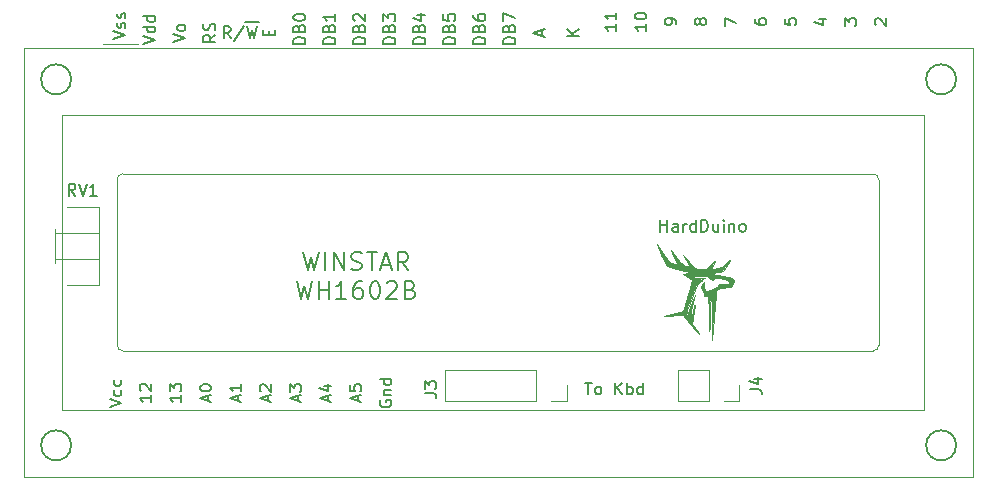
<source format=gbr>
G04 #@! TF.GenerationSoftware,KiCad,Pcbnew,(5.1.8)-1*
G04 #@! TF.CreationDate,2020-11-29T01:33:09+03:00*
G04 #@! TF.ProjectId,LCD,4c43442e-6b69-4636-9164-5f7063625858,rev?*
G04 #@! TF.SameCoordinates,Original*
G04 #@! TF.FileFunction,Legend,Top*
G04 #@! TF.FilePolarity,Positive*
%FSLAX46Y46*%
G04 Gerber Fmt 4.6, Leading zero omitted, Abs format (unit mm)*
G04 Created by KiCad (PCBNEW (5.1.8)-1) date 2020-11-29 01:33:09*
%MOMM*%
%LPD*%
G01*
G04 APERTURE LIST*
%ADD10C,0.150000*%
%ADD11C,0.200000*%
%ADD12C,0.100000*%
%ADD13C,0.120000*%
G04 APERTURE END LIST*
D10*
X117808690Y-56919880D02*
X118380119Y-56919880D01*
X118094404Y-57919880D02*
X118094404Y-56919880D01*
X118856309Y-57919880D02*
X118761071Y-57872261D01*
X118713452Y-57824642D01*
X118665833Y-57729404D01*
X118665833Y-57443690D01*
X118713452Y-57348452D01*
X118761071Y-57300833D01*
X118856309Y-57253214D01*
X118999166Y-57253214D01*
X119094404Y-57300833D01*
X119142023Y-57348452D01*
X119189642Y-57443690D01*
X119189642Y-57729404D01*
X119142023Y-57824642D01*
X119094404Y-57872261D01*
X118999166Y-57919880D01*
X118856309Y-57919880D01*
X120380119Y-57919880D02*
X120380119Y-56919880D01*
X120951547Y-57919880D02*
X120522976Y-57348452D01*
X120951547Y-56919880D02*
X120380119Y-57491309D01*
X121380119Y-57919880D02*
X121380119Y-56919880D01*
X121380119Y-57300833D02*
X121475357Y-57253214D01*
X121665833Y-57253214D01*
X121761071Y-57300833D01*
X121808690Y-57348452D01*
X121856309Y-57443690D01*
X121856309Y-57729404D01*
X121808690Y-57824642D01*
X121761071Y-57872261D01*
X121665833Y-57919880D01*
X121475357Y-57919880D01*
X121380119Y-57872261D01*
X122713452Y-57919880D02*
X122713452Y-56919880D01*
X122713452Y-57872261D02*
X122618214Y-57919880D01*
X122427738Y-57919880D01*
X122332500Y-57872261D01*
X122284880Y-57824642D01*
X122237261Y-57729404D01*
X122237261Y-57443690D01*
X122284880Y-57348452D01*
X122332500Y-57300833D01*
X122427738Y-57253214D01*
X122618214Y-57253214D01*
X122713452Y-57300833D01*
X117292380Y-27566904D02*
X116292380Y-27566904D01*
X117292380Y-26995476D02*
X116720952Y-27424047D01*
X116292380Y-26995476D02*
X116863809Y-27566904D01*
X114149166Y-27543095D02*
X114149166Y-27066904D01*
X114434880Y-27638333D02*
X113434880Y-27305000D01*
X114434880Y-26971666D01*
X111894880Y-28225595D02*
X110894880Y-28225595D01*
X110894880Y-27987500D01*
X110942500Y-27844642D01*
X111037738Y-27749404D01*
X111132976Y-27701785D01*
X111323452Y-27654166D01*
X111466309Y-27654166D01*
X111656785Y-27701785D01*
X111752023Y-27749404D01*
X111847261Y-27844642D01*
X111894880Y-27987500D01*
X111894880Y-28225595D01*
X111371071Y-26892261D02*
X111418690Y-26749404D01*
X111466309Y-26701785D01*
X111561547Y-26654166D01*
X111704404Y-26654166D01*
X111799642Y-26701785D01*
X111847261Y-26749404D01*
X111894880Y-26844642D01*
X111894880Y-27225595D01*
X110894880Y-27225595D01*
X110894880Y-26892261D01*
X110942500Y-26797023D01*
X110990119Y-26749404D01*
X111085357Y-26701785D01*
X111180595Y-26701785D01*
X111275833Y-26749404D01*
X111323452Y-26797023D01*
X111371071Y-26892261D01*
X111371071Y-27225595D01*
X110894880Y-26320833D02*
X110894880Y-25654166D01*
X111894880Y-26082738D01*
X109354880Y-28225595D02*
X108354880Y-28225595D01*
X108354880Y-27987500D01*
X108402500Y-27844642D01*
X108497738Y-27749404D01*
X108592976Y-27701785D01*
X108783452Y-27654166D01*
X108926309Y-27654166D01*
X109116785Y-27701785D01*
X109212023Y-27749404D01*
X109307261Y-27844642D01*
X109354880Y-27987500D01*
X109354880Y-28225595D01*
X108831071Y-26892261D02*
X108878690Y-26749404D01*
X108926309Y-26701785D01*
X109021547Y-26654166D01*
X109164404Y-26654166D01*
X109259642Y-26701785D01*
X109307261Y-26749404D01*
X109354880Y-26844642D01*
X109354880Y-27225595D01*
X108354880Y-27225595D01*
X108354880Y-26892261D01*
X108402500Y-26797023D01*
X108450119Y-26749404D01*
X108545357Y-26701785D01*
X108640595Y-26701785D01*
X108735833Y-26749404D01*
X108783452Y-26797023D01*
X108831071Y-26892261D01*
X108831071Y-27225595D01*
X108354880Y-25797023D02*
X108354880Y-25987500D01*
X108402500Y-26082738D01*
X108450119Y-26130357D01*
X108592976Y-26225595D01*
X108783452Y-26273214D01*
X109164404Y-26273214D01*
X109259642Y-26225595D01*
X109307261Y-26177976D01*
X109354880Y-26082738D01*
X109354880Y-25892261D01*
X109307261Y-25797023D01*
X109259642Y-25749404D01*
X109164404Y-25701785D01*
X108926309Y-25701785D01*
X108831071Y-25749404D01*
X108783452Y-25797023D01*
X108735833Y-25892261D01*
X108735833Y-26082738D01*
X108783452Y-26177976D01*
X108831071Y-26225595D01*
X108926309Y-26273214D01*
X106814880Y-28225595D02*
X105814880Y-28225595D01*
X105814880Y-27987500D01*
X105862500Y-27844642D01*
X105957738Y-27749404D01*
X106052976Y-27701785D01*
X106243452Y-27654166D01*
X106386309Y-27654166D01*
X106576785Y-27701785D01*
X106672023Y-27749404D01*
X106767261Y-27844642D01*
X106814880Y-27987500D01*
X106814880Y-28225595D01*
X106291071Y-26892261D02*
X106338690Y-26749404D01*
X106386309Y-26701785D01*
X106481547Y-26654166D01*
X106624404Y-26654166D01*
X106719642Y-26701785D01*
X106767261Y-26749404D01*
X106814880Y-26844642D01*
X106814880Y-27225595D01*
X105814880Y-27225595D01*
X105814880Y-26892261D01*
X105862500Y-26797023D01*
X105910119Y-26749404D01*
X106005357Y-26701785D01*
X106100595Y-26701785D01*
X106195833Y-26749404D01*
X106243452Y-26797023D01*
X106291071Y-26892261D01*
X106291071Y-27225595D01*
X105814880Y-25749404D02*
X105814880Y-26225595D01*
X106291071Y-26273214D01*
X106243452Y-26225595D01*
X106195833Y-26130357D01*
X106195833Y-25892261D01*
X106243452Y-25797023D01*
X106291071Y-25749404D01*
X106386309Y-25701785D01*
X106624404Y-25701785D01*
X106719642Y-25749404D01*
X106767261Y-25797023D01*
X106814880Y-25892261D01*
X106814880Y-26130357D01*
X106767261Y-26225595D01*
X106719642Y-26273214D01*
X104274880Y-28225595D02*
X103274880Y-28225595D01*
X103274880Y-27987500D01*
X103322500Y-27844642D01*
X103417738Y-27749404D01*
X103512976Y-27701785D01*
X103703452Y-27654166D01*
X103846309Y-27654166D01*
X104036785Y-27701785D01*
X104132023Y-27749404D01*
X104227261Y-27844642D01*
X104274880Y-27987500D01*
X104274880Y-28225595D01*
X103751071Y-26892261D02*
X103798690Y-26749404D01*
X103846309Y-26701785D01*
X103941547Y-26654166D01*
X104084404Y-26654166D01*
X104179642Y-26701785D01*
X104227261Y-26749404D01*
X104274880Y-26844642D01*
X104274880Y-27225595D01*
X103274880Y-27225595D01*
X103274880Y-26892261D01*
X103322500Y-26797023D01*
X103370119Y-26749404D01*
X103465357Y-26701785D01*
X103560595Y-26701785D01*
X103655833Y-26749404D01*
X103703452Y-26797023D01*
X103751071Y-26892261D01*
X103751071Y-27225595D01*
X103608214Y-25797023D02*
X104274880Y-25797023D01*
X103227261Y-26035119D02*
X103941547Y-26273214D01*
X103941547Y-25654166D01*
X101734880Y-28225595D02*
X100734880Y-28225595D01*
X100734880Y-27987500D01*
X100782500Y-27844642D01*
X100877738Y-27749404D01*
X100972976Y-27701785D01*
X101163452Y-27654166D01*
X101306309Y-27654166D01*
X101496785Y-27701785D01*
X101592023Y-27749404D01*
X101687261Y-27844642D01*
X101734880Y-27987500D01*
X101734880Y-28225595D01*
X101211071Y-26892261D02*
X101258690Y-26749404D01*
X101306309Y-26701785D01*
X101401547Y-26654166D01*
X101544404Y-26654166D01*
X101639642Y-26701785D01*
X101687261Y-26749404D01*
X101734880Y-26844642D01*
X101734880Y-27225595D01*
X100734880Y-27225595D01*
X100734880Y-26892261D01*
X100782500Y-26797023D01*
X100830119Y-26749404D01*
X100925357Y-26701785D01*
X101020595Y-26701785D01*
X101115833Y-26749404D01*
X101163452Y-26797023D01*
X101211071Y-26892261D01*
X101211071Y-27225595D01*
X100734880Y-26320833D02*
X100734880Y-25701785D01*
X101115833Y-26035119D01*
X101115833Y-25892261D01*
X101163452Y-25797023D01*
X101211071Y-25749404D01*
X101306309Y-25701785D01*
X101544404Y-25701785D01*
X101639642Y-25749404D01*
X101687261Y-25797023D01*
X101734880Y-25892261D01*
X101734880Y-26177976D01*
X101687261Y-26273214D01*
X101639642Y-26320833D01*
X99194880Y-28225595D02*
X98194880Y-28225595D01*
X98194880Y-27987500D01*
X98242500Y-27844642D01*
X98337738Y-27749404D01*
X98432976Y-27701785D01*
X98623452Y-27654166D01*
X98766309Y-27654166D01*
X98956785Y-27701785D01*
X99052023Y-27749404D01*
X99147261Y-27844642D01*
X99194880Y-27987500D01*
X99194880Y-28225595D01*
X98671071Y-26892261D02*
X98718690Y-26749404D01*
X98766309Y-26701785D01*
X98861547Y-26654166D01*
X99004404Y-26654166D01*
X99099642Y-26701785D01*
X99147261Y-26749404D01*
X99194880Y-26844642D01*
X99194880Y-27225595D01*
X98194880Y-27225595D01*
X98194880Y-26892261D01*
X98242500Y-26797023D01*
X98290119Y-26749404D01*
X98385357Y-26701785D01*
X98480595Y-26701785D01*
X98575833Y-26749404D01*
X98623452Y-26797023D01*
X98671071Y-26892261D01*
X98671071Y-27225595D01*
X98290119Y-26273214D02*
X98242500Y-26225595D01*
X98194880Y-26130357D01*
X98194880Y-25892261D01*
X98242500Y-25797023D01*
X98290119Y-25749404D01*
X98385357Y-25701785D01*
X98480595Y-25701785D01*
X98623452Y-25749404D01*
X99194880Y-26320833D01*
X99194880Y-25701785D01*
X96654880Y-28225595D02*
X95654880Y-28225595D01*
X95654880Y-27987500D01*
X95702500Y-27844642D01*
X95797738Y-27749404D01*
X95892976Y-27701785D01*
X96083452Y-27654166D01*
X96226309Y-27654166D01*
X96416785Y-27701785D01*
X96512023Y-27749404D01*
X96607261Y-27844642D01*
X96654880Y-27987500D01*
X96654880Y-28225595D01*
X96131071Y-26892261D02*
X96178690Y-26749404D01*
X96226309Y-26701785D01*
X96321547Y-26654166D01*
X96464404Y-26654166D01*
X96559642Y-26701785D01*
X96607261Y-26749404D01*
X96654880Y-26844642D01*
X96654880Y-27225595D01*
X95654880Y-27225595D01*
X95654880Y-26892261D01*
X95702500Y-26797023D01*
X95750119Y-26749404D01*
X95845357Y-26701785D01*
X95940595Y-26701785D01*
X96035833Y-26749404D01*
X96083452Y-26797023D01*
X96131071Y-26892261D01*
X96131071Y-27225595D01*
X96654880Y-25701785D02*
X96654880Y-26273214D01*
X96654880Y-25987500D02*
X95654880Y-25987500D01*
X95797738Y-26082738D01*
X95892976Y-26177976D01*
X95940595Y-26273214D01*
X94114880Y-28225595D02*
X93114880Y-28225595D01*
X93114880Y-27987500D01*
X93162500Y-27844642D01*
X93257738Y-27749404D01*
X93352976Y-27701785D01*
X93543452Y-27654166D01*
X93686309Y-27654166D01*
X93876785Y-27701785D01*
X93972023Y-27749404D01*
X94067261Y-27844642D01*
X94114880Y-27987500D01*
X94114880Y-28225595D01*
X93591071Y-26892261D02*
X93638690Y-26749404D01*
X93686309Y-26701785D01*
X93781547Y-26654166D01*
X93924404Y-26654166D01*
X94019642Y-26701785D01*
X94067261Y-26749404D01*
X94114880Y-26844642D01*
X94114880Y-27225595D01*
X93114880Y-27225595D01*
X93114880Y-26892261D01*
X93162500Y-26797023D01*
X93210119Y-26749404D01*
X93305357Y-26701785D01*
X93400595Y-26701785D01*
X93495833Y-26749404D01*
X93543452Y-26797023D01*
X93591071Y-26892261D01*
X93591071Y-27225595D01*
X93114880Y-26035119D02*
X93114880Y-25939880D01*
X93162500Y-25844642D01*
X93210119Y-25797023D01*
X93305357Y-25749404D01*
X93495833Y-25701785D01*
X93733928Y-25701785D01*
X93924404Y-25749404D01*
X94019642Y-25797023D01*
X94067261Y-25844642D01*
X94114880Y-25939880D01*
X94114880Y-26035119D01*
X94067261Y-26130357D01*
X94019642Y-26177976D01*
X93924404Y-26225595D01*
X93733928Y-26273214D01*
X93495833Y-26273214D01*
X93305357Y-26225595D01*
X93210119Y-26177976D01*
X93162500Y-26130357D01*
X93114880Y-26035119D01*
X91051071Y-27519285D02*
X91051071Y-27185952D01*
X91574880Y-27043095D02*
X91574880Y-27519285D01*
X90574880Y-27519285D01*
X90574880Y-27043095D01*
X87796785Y-27757380D02*
X87463452Y-27281190D01*
X87225357Y-27757380D02*
X87225357Y-26757380D01*
X87606309Y-26757380D01*
X87701547Y-26805000D01*
X87749166Y-26852619D01*
X87796785Y-26947857D01*
X87796785Y-27090714D01*
X87749166Y-27185952D01*
X87701547Y-27233571D01*
X87606309Y-27281190D01*
X87225357Y-27281190D01*
X88939642Y-26709761D02*
X88082500Y-27995476D01*
X89034880Y-26390000D02*
X90177738Y-26390000D01*
X89177738Y-26757380D02*
X89415833Y-27757380D01*
X89606309Y-27043095D01*
X89796785Y-27757380D01*
X90034880Y-26757380D01*
X86494880Y-27471666D02*
X86018690Y-27805000D01*
X86494880Y-28043095D02*
X85494880Y-28043095D01*
X85494880Y-27662142D01*
X85542500Y-27566904D01*
X85590119Y-27519285D01*
X85685357Y-27471666D01*
X85828214Y-27471666D01*
X85923452Y-27519285D01*
X85971071Y-27566904D01*
X86018690Y-27662142D01*
X86018690Y-28043095D01*
X86447261Y-27090714D02*
X86494880Y-26947857D01*
X86494880Y-26709761D01*
X86447261Y-26614523D01*
X86399642Y-26566904D01*
X86304404Y-26519285D01*
X86209166Y-26519285D01*
X86113928Y-26566904D01*
X86066309Y-26614523D01*
X86018690Y-26709761D01*
X85971071Y-26900238D01*
X85923452Y-26995476D01*
X85875833Y-27043095D01*
X85780595Y-27090714D01*
X85685357Y-27090714D01*
X85590119Y-27043095D01*
X85542500Y-26995476D01*
X85494880Y-26900238D01*
X85494880Y-26662142D01*
X85542500Y-26519285D01*
X82954880Y-28090714D02*
X83954880Y-27757380D01*
X82954880Y-27424047D01*
X83954880Y-26947857D02*
X83907261Y-27043095D01*
X83859642Y-27090714D01*
X83764404Y-27138333D01*
X83478690Y-27138333D01*
X83383452Y-27090714D01*
X83335833Y-27043095D01*
X83288214Y-26947857D01*
X83288214Y-26805000D01*
X83335833Y-26709761D01*
X83383452Y-26662142D01*
X83478690Y-26614523D01*
X83764404Y-26614523D01*
X83859642Y-26662142D01*
X83907261Y-26709761D01*
X83954880Y-26805000D01*
X83954880Y-26947857D01*
X80414880Y-28225595D02*
X81414880Y-27892261D01*
X80414880Y-27558928D01*
X81414880Y-26797023D02*
X80414880Y-26797023D01*
X81367261Y-26797023D02*
X81414880Y-26892261D01*
X81414880Y-27082738D01*
X81367261Y-27177976D01*
X81319642Y-27225595D01*
X81224404Y-27273214D01*
X80938690Y-27273214D01*
X80843452Y-27225595D01*
X80795833Y-27177976D01*
X80748214Y-27082738D01*
X80748214Y-26892261D01*
X80795833Y-26797023D01*
X81414880Y-25892261D02*
X80414880Y-25892261D01*
X81367261Y-25892261D02*
X81414880Y-25987500D01*
X81414880Y-26177976D01*
X81367261Y-26273214D01*
X81319642Y-26320833D01*
X81224404Y-26368452D01*
X80938690Y-26368452D01*
X80843452Y-26320833D01*
X80795833Y-26273214D01*
X80748214Y-26177976D01*
X80748214Y-25987500D01*
X80795833Y-25892261D01*
X77874880Y-27812857D02*
X78874880Y-27479523D01*
X77874880Y-27146190D01*
X78827261Y-26860476D02*
X78874880Y-26765238D01*
X78874880Y-26574761D01*
X78827261Y-26479523D01*
X78732023Y-26431904D01*
X78684404Y-26431904D01*
X78589166Y-26479523D01*
X78541547Y-26574761D01*
X78541547Y-26717619D01*
X78493928Y-26812857D01*
X78398690Y-26860476D01*
X78351071Y-26860476D01*
X78255833Y-26812857D01*
X78208214Y-26717619D01*
X78208214Y-26574761D01*
X78255833Y-26479523D01*
X78827261Y-26050952D02*
X78874880Y-25955714D01*
X78874880Y-25765238D01*
X78827261Y-25670000D01*
X78732023Y-25622380D01*
X78684404Y-25622380D01*
X78589166Y-25670000D01*
X78541547Y-25765238D01*
X78541547Y-25908095D01*
X78493928Y-26003333D01*
X78398690Y-26050952D01*
X78351071Y-26050952D01*
X78255833Y-26003333D01*
X78208214Y-25908095D01*
X78208214Y-25765238D01*
X78255833Y-25670000D01*
D11*
X93960714Y-45896071D02*
X94317857Y-47396071D01*
X94603571Y-46324642D01*
X94889285Y-47396071D01*
X95246428Y-45896071D01*
X95817857Y-47396071D02*
X95817857Y-45896071D01*
X96532142Y-47396071D02*
X96532142Y-45896071D01*
X97389285Y-47396071D01*
X97389285Y-45896071D01*
X98032142Y-47324642D02*
X98246428Y-47396071D01*
X98603571Y-47396071D01*
X98746428Y-47324642D01*
X98817857Y-47253214D01*
X98889285Y-47110357D01*
X98889285Y-46967500D01*
X98817857Y-46824642D01*
X98746428Y-46753214D01*
X98603571Y-46681785D01*
X98317857Y-46610357D01*
X98175000Y-46538928D01*
X98103571Y-46467500D01*
X98032142Y-46324642D01*
X98032142Y-46181785D01*
X98103571Y-46038928D01*
X98175000Y-45967500D01*
X98317857Y-45896071D01*
X98675000Y-45896071D01*
X98889285Y-45967500D01*
X99317857Y-45896071D02*
X100175000Y-45896071D01*
X99746428Y-47396071D02*
X99746428Y-45896071D01*
X100603571Y-46967500D02*
X101317857Y-46967500D01*
X100460714Y-47396071D02*
X100960714Y-45896071D01*
X101460714Y-47396071D01*
X102817857Y-47396071D02*
X102317857Y-46681785D01*
X101960714Y-47396071D02*
X101960714Y-45896071D01*
X102532142Y-45896071D01*
X102675000Y-45967500D01*
X102746428Y-46038928D01*
X102817857Y-46181785D01*
X102817857Y-46396071D01*
X102746428Y-46538928D01*
X102675000Y-46610357D01*
X102532142Y-46681785D01*
X101960714Y-46681785D01*
X93389285Y-48346071D02*
X93746428Y-49846071D01*
X94032142Y-48774642D01*
X94317857Y-49846071D01*
X94675000Y-48346071D01*
X95246428Y-49846071D02*
X95246428Y-48346071D01*
X95246428Y-49060357D02*
X96103571Y-49060357D01*
X96103571Y-49846071D02*
X96103571Y-48346071D01*
X97603571Y-49846071D02*
X96746428Y-49846071D01*
X97175000Y-49846071D02*
X97175000Y-48346071D01*
X97032142Y-48560357D01*
X96889285Y-48703214D01*
X96746428Y-48774642D01*
X98889285Y-48346071D02*
X98603571Y-48346071D01*
X98460714Y-48417500D01*
X98389285Y-48488928D01*
X98246428Y-48703214D01*
X98175000Y-48988928D01*
X98175000Y-49560357D01*
X98246428Y-49703214D01*
X98317857Y-49774642D01*
X98460714Y-49846071D01*
X98746428Y-49846071D01*
X98889285Y-49774642D01*
X98960714Y-49703214D01*
X99032142Y-49560357D01*
X99032142Y-49203214D01*
X98960714Y-49060357D01*
X98889285Y-48988928D01*
X98746428Y-48917500D01*
X98460714Y-48917500D01*
X98317857Y-48988928D01*
X98246428Y-49060357D01*
X98175000Y-49203214D01*
X99960714Y-48346071D02*
X100103571Y-48346071D01*
X100246428Y-48417500D01*
X100317857Y-48488928D01*
X100389285Y-48631785D01*
X100460714Y-48917500D01*
X100460714Y-49274642D01*
X100389285Y-49560357D01*
X100317857Y-49703214D01*
X100246428Y-49774642D01*
X100103571Y-49846071D01*
X99960714Y-49846071D01*
X99817857Y-49774642D01*
X99746428Y-49703214D01*
X99675000Y-49560357D01*
X99603571Y-49274642D01*
X99603571Y-48917500D01*
X99675000Y-48631785D01*
X99746428Y-48488928D01*
X99817857Y-48417500D01*
X99960714Y-48346071D01*
X101032142Y-48488928D02*
X101103571Y-48417500D01*
X101246428Y-48346071D01*
X101603571Y-48346071D01*
X101746428Y-48417500D01*
X101817857Y-48488928D01*
X101889285Y-48631785D01*
X101889285Y-48774642D01*
X101817857Y-48988928D01*
X100960714Y-49846071D01*
X101889285Y-49846071D01*
X103032142Y-49060357D02*
X103246428Y-49131785D01*
X103317857Y-49203214D01*
X103389285Y-49346071D01*
X103389285Y-49560357D01*
X103317857Y-49703214D01*
X103246428Y-49774642D01*
X103103571Y-49846071D01*
X102532142Y-49846071D01*
X102532142Y-48346071D01*
X103032142Y-48346071D01*
X103175000Y-48417500D01*
X103246428Y-48488928D01*
X103317857Y-48631785D01*
X103317857Y-48774642D01*
X103246428Y-48917500D01*
X103175000Y-48988928D01*
X103032142Y-49060357D01*
X102532142Y-49060357D01*
D12*
G36*
X124620000Y-46230000D02*
G01*
X124840000Y-46550000D01*
X125030000Y-46730000D01*
X125090000Y-46770000D01*
X125520000Y-46900000D01*
X125560000Y-46880000D01*
X125560000Y-46790000D01*
X125370000Y-46360000D01*
X125070000Y-45710000D01*
X125880000Y-46700000D01*
X126080000Y-46920000D01*
X126200000Y-47020000D01*
X126280000Y-47050000D01*
X126460000Y-47060000D01*
X126680000Y-47120000D01*
X126640000Y-47000000D01*
X126130000Y-46110000D01*
X126900000Y-46950000D01*
X127060000Y-47140000D01*
X127150000Y-47220000D01*
X127260000Y-47270000D01*
X127700000Y-47320000D01*
X128160000Y-47340000D01*
X128640000Y-46740000D01*
X128790000Y-46590000D01*
X128780000Y-46670000D01*
X128640000Y-47000000D01*
X128560000Y-47170000D01*
X128550000Y-47250000D01*
X128630000Y-47260000D01*
X129030000Y-47240000D01*
X129380000Y-47130000D01*
X130050000Y-46560000D01*
X129930000Y-46850000D01*
X129500000Y-47500000D01*
X129170000Y-47560000D01*
X128560000Y-47610000D01*
X128370000Y-47680000D01*
X128590000Y-47740000D01*
X129920000Y-47960000D01*
X130240000Y-48030000D01*
X130370000Y-48130000D01*
X130390000Y-48300000D01*
X130370000Y-48460000D01*
X130310000Y-48540000D01*
X130260000Y-48560000D01*
X130220000Y-48640000D01*
X130220000Y-48740000D01*
X130160000Y-48790000D01*
X129970000Y-48840000D01*
X129350000Y-48950000D01*
X129060000Y-49030000D01*
X128930000Y-49150000D01*
X128900000Y-49210000D01*
X128870000Y-49360000D01*
X128880000Y-49530000D01*
X128550000Y-53300000D01*
X128600000Y-49910000D01*
X128590000Y-49630000D01*
X128580000Y-49440000D01*
X128570000Y-49400000D01*
X128530000Y-49360000D01*
X128480000Y-49480000D01*
X128450000Y-49810000D01*
X128420000Y-50300000D01*
X128390000Y-51680000D01*
X128370000Y-52210000D01*
X128330000Y-52540000D01*
X128300000Y-52360000D01*
X128270000Y-51680000D01*
X128270000Y-50800000D01*
X128250000Y-49580000D01*
X128090000Y-49620000D01*
X127980000Y-49620000D01*
X127910000Y-49570000D01*
X127840000Y-49440000D01*
X127600000Y-48810000D01*
X127910000Y-48410000D01*
X127870000Y-48640000D01*
X127860000Y-48800000D01*
X127860000Y-48870000D01*
X127930000Y-49000000D01*
X128080000Y-49210000D01*
X128990000Y-48820000D01*
X129120000Y-48750000D01*
X129170000Y-48690000D01*
X129060000Y-48650000D01*
X129270000Y-48610000D01*
X129790000Y-48600000D01*
X129910000Y-48580000D01*
X130000000Y-48530000D01*
X130030000Y-48470000D01*
X130000000Y-48350000D01*
X129840000Y-48250000D01*
X129570000Y-48140000D01*
X129170000Y-48060000D01*
X128930000Y-48050000D01*
X128790000Y-48070000D01*
X128740000Y-48110000D01*
X128670000Y-48210000D01*
X128620000Y-48220000D01*
X128560000Y-48220000D01*
X128440000Y-48170000D01*
X128290000Y-48070000D01*
X128250000Y-48010000D01*
X128240000Y-47970000D01*
X128180000Y-47940000D01*
X128100000Y-47910000D01*
X127610000Y-47890000D01*
X127160000Y-47900000D01*
X127020000Y-47920000D01*
X126900000Y-47950000D01*
X126920000Y-47990000D01*
X127130000Y-48030000D01*
X127430000Y-48050000D01*
X127940000Y-48060000D01*
X127520000Y-48210000D01*
X127520000Y-48240000D01*
X127720000Y-48260000D01*
X127730000Y-48290000D01*
X127490000Y-48410000D01*
X127430000Y-48480000D01*
X127300000Y-48670000D01*
X127100000Y-49100000D01*
X126670000Y-50150000D01*
X126450000Y-50800000D01*
X126400000Y-50970000D01*
X126370000Y-51110000D01*
X126420000Y-51190000D01*
X126470000Y-51160000D01*
X126510000Y-51090000D01*
X126600000Y-50870000D01*
X126780000Y-50360000D01*
X127090000Y-49530000D01*
X127050000Y-49790000D01*
X126800000Y-50790000D01*
X126740000Y-51000000D01*
X126680000Y-51340000D01*
X126660000Y-51460000D01*
X126660000Y-51570000D01*
X126710000Y-51630000D01*
X126770000Y-51550000D01*
X126810000Y-51400000D01*
X126910000Y-51030000D01*
X127070000Y-50310000D01*
X127100000Y-50310000D01*
X126950000Y-51470000D01*
X126880000Y-51920000D01*
X127270000Y-52490000D01*
X127430000Y-52790000D01*
X126820000Y-52080000D01*
X126120000Y-51190000D01*
X124480000Y-51260000D01*
X125880000Y-50960000D01*
X126090000Y-50890000D01*
X126170000Y-50670000D01*
X126460000Y-49790000D01*
X126710000Y-48940000D01*
X126870000Y-48270000D01*
X126140000Y-47700000D01*
X126500000Y-47660000D01*
X126950000Y-47680000D01*
X127430000Y-47690000D01*
X125510000Y-47270000D01*
X124710000Y-47080000D01*
X124280000Y-46110000D01*
X123910000Y-45210000D01*
X124620000Y-46230000D01*
G37*
X124620000Y-46230000D02*
X124840000Y-46550000D01*
X125030000Y-46730000D01*
X125090000Y-46770000D01*
X125520000Y-46900000D01*
X125560000Y-46880000D01*
X125560000Y-46790000D01*
X125370000Y-46360000D01*
X125070000Y-45710000D01*
X125880000Y-46700000D01*
X126080000Y-46920000D01*
X126200000Y-47020000D01*
X126280000Y-47050000D01*
X126460000Y-47060000D01*
X126680000Y-47120000D01*
X126640000Y-47000000D01*
X126130000Y-46110000D01*
X126900000Y-46950000D01*
X127060000Y-47140000D01*
X127150000Y-47220000D01*
X127260000Y-47270000D01*
X127700000Y-47320000D01*
X128160000Y-47340000D01*
X128640000Y-46740000D01*
X128790000Y-46590000D01*
X128780000Y-46670000D01*
X128640000Y-47000000D01*
X128560000Y-47170000D01*
X128550000Y-47250000D01*
X128630000Y-47260000D01*
X129030000Y-47240000D01*
X129380000Y-47130000D01*
X130050000Y-46560000D01*
X129930000Y-46850000D01*
X129500000Y-47500000D01*
X129170000Y-47560000D01*
X128560000Y-47610000D01*
X128370000Y-47680000D01*
X128590000Y-47740000D01*
X129920000Y-47960000D01*
X130240000Y-48030000D01*
X130370000Y-48130000D01*
X130390000Y-48300000D01*
X130370000Y-48460000D01*
X130310000Y-48540000D01*
X130260000Y-48560000D01*
X130220000Y-48640000D01*
X130220000Y-48740000D01*
X130160000Y-48790000D01*
X129970000Y-48840000D01*
X129350000Y-48950000D01*
X129060000Y-49030000D01*
X128930000Y-49150000D01*
X128900000Y-49210000D01*
X128870000Y-49360000D01*
X128880000Y-49530000D01*
X128550000Y-53300000D01*
X128600000Y-49910000D01*
X128590000Y-49630000D01*
X128580000Y-49440000D01*
X128570000Y-49400000D01*
X128530000Y-49360000D01*
X128480000Y-49480000D01*
X128450000Y-49810000D01*
X128420000Y-50300000D01*
X128390000Y-51680000D01*
X128370000Y-52210000D01*
X128330000Y-52540000D01*
X128300000Y-52360000D01*
X128270000Y-51680000D01*
X128270000Y-50800000D01*
X128250000Y-49580000D01*
X128090000Y-49620000D01*
X127980000Y-49620000D01*
X127910000Y-49570000D01*
X127840000Y-49440000D01*
X127600000Y-48810000D01*
X127910000Y-48410000D01*
X127870000Y-48640000D01*
X127860000Y-48800000D01*
X127860000Y-48870000D01*
X127930000Y-49000000D01*
X128080000Y-49210000D01*
X128990000Y-48820000D01*
X129120000Y-48750000D01*
X129170000Y-48690000D01*
X129060000Y-48650000D01*
X129270000Y-48610000D01*
X129790000Y-48600000D01*
X129910000Y-48580000D01*
X130000000Y-48530000D01*
X130030000Y-48470000D01*
X130000000Y-48350000D01*
X129840000Y-48250000D01*
X129570000Y-48140000D01*
X129170000Y-48060000D01*
X128930000Y-48050000D01*
X128790000Y-48070000D01*
X128740000Y-48110000D01*
X128670000Y-48210000D01*
X128620000Y-48220000D01*
X128560000Y-48220000D01*
X128440000Y-48170000D01*
X128290000Y-48070000D01*
X128250000Y-48010000D01*
X128240000Y-47970000D01*
X128180000Y-47940000D01*
X128100000Y-47910000D01*
X127610000Y-47890000D01*
X127160000Y-47900000D01*
X127020000Y-47920000D01*
X126900000Y-47950000D01*
X126920000Y-47990000D01*
X127130000Y-48030000D01*
X127430000Y-48050000D01*
X127940000Y-48060000D01*
X127520000Y-48210000D01*
X127520000Y-48240000D01*
X127720000Y-48260000D01*
X127730000Y-48290000D01*
X127490000Y-48410000D01*
X127430000Y-48480000D01*
X127300000Y-48670000D01*
X127100000Y-49100000D01*
X126670000Y-50150000D01*
X126450000Y-50800000D01*
X126400000Y-50970000D01*
X126370000Y-51110000D01*
X126420000Y-51190000D01*
X126470000Y-51160000D01*
X126510000Y-51090000D01*
X126600000Y-50870000D01*
X126780000Y-50360000D01*
X127090000Y-49530000D01*
X127050000Y-49790000D01*
X126800000Y-50790000D01*
X126740000Y-51000000D01*
X126680000Y-51340000D01*
X126660000Y-51460000D01*
X126660000Y-51570000D01*
X126710000Y-51630000D01*
X126770000Y-51550000D01*
X126810000Y-51400000D01*
X126910000Y-51030000D01*
X127070000Y-50310000D01*
X127100000Y-50310000D01*
X126950000Y-51470000D01*
X126880000Y-51920000D01*
X127270000Y-52490000D01*
X127430000Y-52790000D01*
X126820000Y-52080000D01*
X126120000Y-51190000D01*
X124480000Y-51260000D01*
X125880000Y-50960000D01*
X126090000Y-50890000D01*
X126170000Y-50670000D01*
X126460000Y-49790000D01*
X126710000Y-48940000D01*
X126870000Y-48270000D01*
X126140000Y-47700000D01*
X126500000Y-47660000D01*
X126950000Y-47680000D01*
X127430000Y-47690000D01*
X125510000Y-47270000D01*
X124710000Y-47080000D01*
X124280000Y-46110000D01*
X123910000Y-45210000D01*
X124620000Y-46230000D01*
D10*
X124166761Y-44140380D02*
X124166761Y-43140380D01*
X124166761Y-43616571D02*
X124738190Y-43616571D01*
X124738190Y-44140380D02*
X124738190Y-43140380D01*
X125642952Y-44140380D02*
X125642952Y-43616571D01*
X125595333Y-43521333D01*
X125500095Y-43473714D01*
X125309619Y-43473714D01*
X125214380Y-43521333D01*
X125642952Y-44092761D02*
X125547714Y-44140380D01*
X125309619Y-44140380D01*
X125214380Y-44092761D01*
X125166761Y-43997523D01*
X125166761Y-43902285D01*
X125214380Y-43807047D01*
X125309619Y-43759428D01*
X125547714Y-43759428D01*
X125642952Y-43711809D01*
X126119142Y-44140380D02*
X126119142Y-43473714D01*
X126119142Y-43664190D02*
X126166761Y-43568952D01*
X126214380Y-43521333D01*
X126309619Y-43473714D01*
X126404857Y-43473714D01*
X127166761Y-44140380D02*
X127166761Y-43140380D01*
X127166761Y-44092761D02*
X127071523Y-44140380D01*
X126881047Y-44140380D01*
X126785809Y-44092761D01*
X126738190Y-44045142D01*
X126690571Y-43949904D01*
X126690571Y-43664190D01*
X126738190Y-43568952D01*
X126785809Y-43521333D01*
X126881047Y-43473714D01*
X127071523Y-43473714D01*
X127166761Y-43521333D01*
X127642952Y-44140380D02*
X127642952Y-43140380D01*
X127881047Y-43140380D01*
X128023904Y-43188000D01*
X128119142Y-43283238D01*
X128166761Y-43378476D01*
X128214380Y-43568952D01*
X128214380Y-43711809D01*
X128166761Y-43902285D01*
X128119142Y-43997523D01*
X128023904Y-44092761D01*
X127881047Y-44140380D01*
X127642952Y-44140380D01*
X129071523Y-43473714D02*
X129071523Y-44140380D01*
X128642952Y-43473714D02*
X128642952Y-43997523D01*
X128690571Y-44092761D01*
X128785809Y-44140380D01*
X128928666Y-44140380D01*
X129023904Y-44092761D01*
X129071523Y-44045142D01*
X129547714Y-44140380D02*
X129547714Y-43473714D01*
X129547714Y-43140380D02*
X129500095Y-43188000D01*
X129547714Y-43235619D01*
X129595333Y-43188000D01*
X129547714Y-43140380D01*
X129547714Y-43235619D01*
X130023904Y-43473714D02*
X130023904Y-44140380D01*
X130023904Y-43568952D02*
X130071523Y-43521333D01*
X130166761Y-43473714D01*
X130309619Y-43473714D01*
X130404857Y-43521333D01*
X130452476Y-43616571D01*
X130452476Y-44140380D01*
X131071523Y-44140380D02*
X130976285Y-44092761D01*
X130928666Y-44045142D01*
X130881047Y-43949904D01*
X130881047Y-43664190D01*
X130928666Y-43568952D01*
X130976285Y-43521333D01*
X131071523Y-43473714D01*
X131214380Y-43473714D01*
X131309619Y-43521333D01*
X131357238Y-43568952D01*
X131404857Y-43664190D01*
X131404857Y-43949904D01*
X131357238Y-44045142D01*
X131309619Y-44092761D01*
X131214380Y-44140380D01*
X131071523Y-44140380D01*
X100465000Y-58427857D02*
X100417380Y-58523095D01*
X100417380Y-58665952D01*
X100465000Y-58808809D01*
X100560238Y-58904047D01*
X100655476Y-58951666D01*
X100845952Y-58999285D01*
X100988809Y-58999285D01*
X101179285Y-58951666D01*
X101274523Y-58904047D01*
X101369761Y-58808809D01*
X101417380Y-58665952D01*
X101417380Y-58570714D01*
X101369761Y-58427857D01*
X101322142Y-58380238D01*
X100988809Y-58380238D01*
X100988809Y-58570714D01*
X100750714Y-57951666D02*
X101417380Y-57951666D01*
X100845952Y-57951666D02*
X100798333Y-57904047D01*
X100750714Y-57808809D01*
X100750714Y-57665952D01*
X100798333Y-57570714D01*
X100893571Y-57523095D01*
X101417380Y-57523095D01*
X101417380Y-56618333D02*
X100417380Y-56618333D01*
X101369761Y-56618333D02*
X101417380Y-56713571D01*
X101417380Y-56904047D01*
X101369761Y-56999285D01*
X101322142Y-57046904D01*
X101226904Y-57094523D01*
X100941190Y-57094523D01*
X100845952Y-57046904D01*
X100798333Y-56999285D01*
X100750714Y-56904047D01*
X100750714Y-56713571D01*
X100798333Y-56618333D01*
X98591666Y-58499285D02*
X98591666Y-58023095D01*
X98877380Y-58594523D02*
X97877380Y-58261190D01*
X98877380Y-57927857D01*
X97877380Y-57118333D02*
X97877380Y-57594523D01*
X98353571Y-57642142D01*
X98305952Y-57594523D01*
X98258333Y-57499285D01*
X98258333Y-57261190D01*
X98305952Y-57165952D01*
X98353571Y-57118333D01*
X98448809Y-57070714D01*
X98686904Y-57070714D01*
X98782142Y-57118333D01*
X98829761Y-57165952D01*
X98877380Y-57261190D01*
X98877380Y-57499285D01*
X98829761Y-57594523D01*
X98782142Y-57642142D01*
X96051666Y-58499285D02*
X96051666Y-58023095D01*
X96337380Y-58594523D02*
X95337380Y-58261190D01*
X96337380Y-57927857D01*
X95670714Y-57165952D02*
X96337380Y-57165952D01*
X95289761Y-57404047D02*
X96004047Y-57642142D01*
X96004047Y-57023095D01*
X93511666Y-58499285D02*
X93511666Y-58023095D01*
X93797380Y-58594523D02*
X92797380Y-58261190D01*
X93797380Y-57927857D01*
X92797380Y-57689761D02*
X92797380Y-57070714D01*
X93178333Y-57404047D01*
X93178333Y-57261190D01*
X93225952Y-57165952D01*
X93273571Y-57118333D01*
X93368809Y-57070714D01*
X93606904Y-57070714D01*
X93702142Y-57118333D01*
X93749761Y-57165952D01*
X93797380Y-57261190D01*
X93797380Y-57546904D01*
X93749761Y-57642142D01*
X93702142Y-57689761D01*
X90971666Y-58499285D02*
X90971666Y-58023095D01*
X91257380Y-58594523D02*
X90257380Y-58261190D01*
X91257380Y-57927857D01*
X90352619Y-57642142D02*
X90305000Y-57594523D01*
X90257380Y-57499285D01*
X90257380Y-57261190D01*
X90305000Y-57165952D01*
X90352619Y-57118333D01*
X90447857Y-57070714D01*
X90543095Y-57070714D01*
X90685952Y-57118333D01*
X91257380Y-57689761D01*
X91257380Y-57070714D01*
X88431666Y-58499285D02*
X88431666Y-58023095D01*
X88717380Y-58594523D02*
X87717380Y-58261190D01*
X88717380Y-57927857D01*
X88717380Y-57070714D02*
X88717380Y-57642142D01*
X88717380Y-57356428D02*
X87717380Y-57356428D01*
X87860238Y-57451666D01*
X87955476Y-57546904D01*
X88003095Y-57642142D01*
X85891666Y-58499285D02*
X85891666Y-58023095D01*
X86177380Y-58594523D02*
X85177380Y-58261190D01*
X86177380Y-57927857D01*
X85177380Y-57404047D02*
X85177380Y-57308809D01*
X85225000Y-57213571D01*
X85272619Y-57165952D01*
X85367857Y-57118333D01*
X85558333Y-57070714D01*
X85796428Y-57070714D01*
X85986904Y-57118333D01*
X86082142Y-57165952D01*
X86129761Y-57213571D01*
X86177380Y-57308809D01*
X86177380Y-57404047D01*
X86129761Y-57499285D01*
X86082142Y-57546904D01*
X85986904Y-57594523D01*
X85796428Y-57642142D01*
X85558333Y-57642142D01*
X85367857Y-57594523D01*
X85272619Y-57546904D01*
X85225000Y-57499285D01*
X85177380Y-57404047D01*
X77557380Y-58975476D02*
X78557380Y-58642142D01*
X77557380Y-58308809D01*
X78509761Y-57546904D02*
X78557380Y-57642142D01*
X78557380Y-57832619D01*
X78509761Y-57927857D01*
X78462142Y-57975476D01*
X78366904Y-58023095D01*
X78081190Y-58023095D01*
X77985952Y-57975476D01*
X77938333Y-57927857D01*
X77890714Y-57832619D01*
X77890714Y-57642142D01*
X77938333Y-57546904D01*
X78509761Y-56689761D02*
X78557380Y-56785000D01*
X78557380Y-56975476D01*
X78509761Y-57070714D01*
X78462142Y-57118333D01*
X78366904Y-57165952D01*
X78081190Y-57165952D01*
X77985952Y-57118333D01*
X77938333Y-57070714D01*
X77890714Y-56975476D01*
X77890714Y-56785000D01*
X77938333Y-56689761D01*
X83637380Y-57975476D02*
X83637380Y-58546904D01*
X83637380Y-58261190D02*
X82637380Y-58261190D01*
X82780238Y-58356428D01*
X82875476Y-58451666D01*
X82923095Y-58546904D01*
X82637380Y-57642142D02*
X82637380Y-57023095D01*
X83018333Y-57356428D01*
X83018333Y-57213571D01*
X83065952Y-57118333D01*
X83113571Y-57070714D01*
X83208809Y-57023095D01*
X83446904Y-57023095D01*
X83542142Y-57070714D01*
X83589761Y-57118333D01*
X83637380Y-57213571D01*
X83637380Y-57499285D01*
X83589761Y-57594523D01*
X83542142Y-57642142D01*
X81097380Y-57975476D02*
X81097380Y-58546904D01*
X81097380Y-58261190D02*
X80097380Y-58261190D01*
X80240238Y-58356428D01*
X80335476Y-58451666D01*
X80383095Y-58546904D01*
X80192619Y-57594523D02*
X80145000Y-57546904D01*
X80097380Y-57451666D01*
X80097380Y-57213571D01*
X80145000Y-57118333D01*
X80192619Y-57070714D01*
X80287857Y-57023095D01*
X80383095Y-57023095D01*
X80525952Y-57070714D01*
X81097380Y-57642142D01*
X81097380Y-57023095D01*
X120467380Y-26542976D02*
X120467380Y-27114404D01*
X120467380Y-26828690D02*
X119467380Y-26828690D01*
X119610238Y-26923928D01*
X119705476Y-27019166D01*
X119753095Y-27114404D01*
X120467380Y-25590595D02*
X120467380Y-26162023D01*
X120467380Y-25876309D02*
X119467380Y-25876309D01*
X119610238Y-25971547D01*
X119705476Y-26066785D01*
X119753095Y-26162023D01*
X123007380Y-26542976D02*
X123007380Y-27114404D01*
X123007380Y-26828690D02*
X122007380Y-26828690D01*
X122150238Y-26923928D01*
X122245476Y-27019166D01*
X122293095Y-27114404D01*
X122007380Y-25923928D02*
X122007380Y-25828690D01*
X122055000Y-25733452D01*
X122102619Y-25685833D01*
X122197857Y-25638214D01*
X122388333Y-25590595D01*
X122626428Y-25590595D01*
X122816904Y-25638214D01*
X122912142Y-25685833D01*
X122959761Y-25733452D01*
X123007380Y-25828690D01*
X123007380Y-25923928D01*
X122959761Y-26019166D01*
X122912142Y-26066785D01*
X122816904Y-26114404D01*
X122626428Y-26162023D01*
X122388333Y-26162023D01*
X122197857Y-26114404D01*
X122102619Y-26066785D01*
X122055000Y-26019166D01*
X122007380Y-25923928D01*
X125547380Y-26542976D02*
X125547380Y-26352500D01*
X125499761Y-26257261D01*
X125452142Y-26209642D01*
X125309285Y-26114404D01*
X125118809Y-26066785D01*
X124737857Y-26066785D01*
X124642619Y-26114404D01*
X124595000Y-26162023D01*
X124547380Y-26257261D01*
X124547380Y-26447738D01*
X124595000Y-26542976D01*
X124642619Y-26590595D01*
X124737857Y-26638214D01*
X124975952Y-26638214D01*
X125071190Y-26590595D01*
X125118809Y-26542976D01*
X125166428Y-26447738D01*
X125166428Y-26257261D01*
X125118809Y-26162023D01*
X125071190Y-26114404D01*
X124975952Y-26066785D01*
X127515952Y-26447738D02*
X127468333Y-26542976D01*
X127420714Y-26590595D01*
X127325476Y-26638214D01*
X127277857Y-26638214D01*
X127182619Y-26590595D01*
X127135000Y-26542976D01*
X127087380Y-26447738D01*
X127087380Y-26257261D01*
X127135000Y-26162023D01*
X127182619Y-26114404D01*
X127277857Y-26066785D01*
X127325476Y-26066785D01*
X127420714Y-26114404D01*
X127468333Y-26162023D01*
X127515952Y-26257261D01*
X127515952Y-26447738D01*
X127563571Y-26542976D01*
X127611190Y-26590595D01*
X127706428Y-26638214D01*
X127896904Y-26638214D01*
X127992142Y-26590595D01*
X128039761Y-26542976D01*
X128087380Y-26447738D01*
X128087380Y-26257261D01*
X128039761Y-26162023D01*
X127992142Y-26114404D01*
X127896904Y-26066785D01*
X127706428Y-26066785D01*
X127611190Y-26114404D01*
X127563571Y-26162023D01*
X127515952Y-26257261D01*
X129627380Y-26685833D02*
X129627380Y-26019166D01*
X130627380Y-26447738D01*
X132167380Y-26162023D02*
X132167380Y-26352500D01*
X132215000Y-26447738D01*
X132262619Y-26495357D01*
X132405476Y-26590595D01*
X132595952Y-26638214D01*
X132976904Y-26638214D01*
X133072142Y-26590595D01*
X133119761Y-26542976D01*
X133167380Y-26447738D01*
X133167380Y-26257261D01*
X133119761Y-26162023D01*
X133072142Y-26114404D01*
X132976904Y-26066785D01*
X132738809Y-26066785D01*
X132643571Y-26114404D01*
X132595952Y-26162023D01*
X132548333Y-26257261D01*
X132548333Y-26447738D01*
X132595952Y-26542976D01*
X132643571Y-26590595D01*
X132738809Y-26638214D01*
X134707380Y-26114404D02*
X134707380Y-26590595D01*
X135183571Y-26638214D01*
X135135952Y-26590595D01*
X135088333Y-26495357D01*
X135088333Y-26257261D01*
X135135952Y-26162023D01*
X135183571Y-26114404D01*
X135278809Y-26066785D01*
X135516904Y-26066785D01*
X135612142Y-26114404D01*
X135659761Y-26162023D01*
X135707380Y-26257261D01*
X135707380Y-26495357D01*
X135659761Y-26590595D01*
X135612142Y-26638214D01*
X137580714Y-26162023D02*
X138247380Y-26162023D01*
X137199761Y-26400119D02*
X137914047Y-26638214D01*
X137914047Y-26019166D01*
X139787380Y-26685833D02*
X139787380Y-26066785D01*
X140168333Y-26400119D01*
X140168333Y-26257261D01*
X140215952Y-26162023D01*
X140263571Y-26114404D01*
X140358809Y-26066785D01*
X140596904Y-26066785D01*
X140692142Y-26114404D01*
X140739761Y-26162023D01*
X140787380Y-26257261D01*
X140787380Y-26542976D01*
X140739761Y-26638214D01*
X140692142Y-26685833D01*
X142422619Y-26638214D02*
X142375000Y-26590595D01*
X142327380Y-26495357D01*
X142327380Y-26257261D01*
X142375000Y-26162023D01*
X142422619Y-26114404D01*
X142517857Y-26066785D01*
X142613095Y-26066785D01*
X142755952Y-26114404D01*
X143327380Y-26685833D01*
X143327380Y-26066785D01*
X149225000Y-62230000D02*
G75*
G03*
X149225000Y-62230000I-1270000J0D01*
G01*
X74295000Y-62230000D02*
G75*
G03*
X74295000Y-62230000I-1270000J0D01*
G01*
X149225000Y-31242000D02*
G75*
G03*
X149225000Y-31242000I-1270000J0D01*
G01*
X74295000Y-31242000D02*
G75*
G03*
X74295000Y-31242000I-1270000J0D01*
G01*
D13*
X70346000Y-64882000D02*
X150626000Y-64882000D01*
X150626000Y-64882000D02*
X150626000Y-28602000D01*
X150626000Y-28602000D02*
X71146000Y-28602000D01*
X70346000Y-28602000D02*
X70346000Y-64882000D01*
X70356000Y-28602000D02*
X71146000Y-28602000D01*
X76986000Y-28242000D02*
X79986000Y-28242000D01*
X78686000Y-39242000D02*
X142186000Y-39242000D01*
X78186280Y-53741320D02*
X78186280Y-39742000D01*
X142186660Y-54242000D02*
X78686000Y-54242000D01*
X142686000Y-39742000D02*
X142686000Y-53742000D01*
X73486000Y-34242000D02*
X146486000Y-34242000D01*
X146486000Y-34242000D02*
X146486000Y-59242000D01*
X146486000Y-59242000D02*
X73486000Y-59242000D01*
X73486000Y-59242000D02*
X73486000Y-34242000D01*
X78686660Y-39240460D02*
G75*
G03*
X78186280Y-39740840I0J-500380D01*
G01*
X78186280Y-53741320D02*
G75*
G03*
X78686660Y-54241700I500380J0D01*
G01*
X142186660Y-54241700D02*
G75*
G03*
X142687040Y-53741320I0J500380D01*
G01*
X142686000Y-39742000D02*
G75*
G03*
X142186000Y-39242000I-500000J0D01*
G01*
X76645000Y-44242500D02*
X76645000Y-46482500D01*
X72904000Y-44242500D02*
X72904000Y-46482500D01*
X72904000Y-46482500D02*
X76645000Y-46482500D01*
X72904000Y-44242500D02*
X76645000Y-44242500D01*
X72904000Y-43928500D02*
X72904000Y-46797500D01*
X76645000Y-42092500D02*
X76645000Y-48632500D01*
X73950000Y-48632500D02*
X76645000Y-48632500D01*
X73950000Y-42092500D02*
X76645000Y-42092500D01*
X113665000Y-55820000D02*
X113665000Y-58480000D01*
X113665000Y-55820000D02*
X105985000Y-55820000D01*
X105985000Y-55820000D02*
X105985000Y-58480000D01*
X113665000Y-58480000D02*
X105985000Y-58480000D01*
X116265000Y-58480000D02*
X114935000Y-58480000D01*
X116265000Y-57150000D02*
X116265000Y-58480000D01*
X128270000Y-55820000D02*
X128270000Y-58480000D01*
X128270000Y-55820000D02*
X125670000Y-55820000D01*
X125670000Y-55820000D02*
X125670000Y-58480000D01*
X128270000Y-58480000D02*
X125670000Y-58480000D01*
X130870000Y-58480000D02*
X129540000Y-58480000D01*
X130870000Y-57150000D02*
X130870000Y-58480000D01*
D10*
X74652261Y-41092380D02*
X74318928Y-40616190D01*
X74080833Y-41092380D02*
X74080833Y-40092380D01*
X74461785Y-40092380D01*
X74557023Y-40140000D01*
X74604642Y-40187619D01*
X74652261Y-40282857D01*
X74652261Y-40425714D01*
X74604642Y-40520952D01*
X74557023Y-40568571D01*
X74461785Y-40616190D01*
X74080833Y-40616190D01*
X74937976Y-40092380D02*
X75271309Y-41092380D01*
X75604642Y-40092380D01*
X76461785Y-41092380D02*
X75890357Y-41092380D01*
X76176071Y-41092380D02*
X76176071Y-40092380D01*
X76080833Y-40235238D01*
X75985595Y-40330476D01*
X75890357Y-40378095D01*
X104227380Y-57800833D02*
X104941666Y-57800833D01*
X105084523Y-57848452D01*
X105179761Y-57943690D01*
X105227380Y-58086547D01*
X105227380Y-58181785D01*
X104227380Y-57419880D02*
X104227380Y-56800833D01*
X104608333Y-57134166D01*
X104608333Y-56991309D01*
X104655952Y-56896071D01*
X104703571Y-56848452D01*
X104798809Y-56800833D01*
X105036904Y-56800833D01*
X105132142Y-56848452D01*
X105179761Y-56896071D01*
X105227380Y-56991309D01*
X105227380Y-57277023D01*
X105179761Y-57372261D01*
X105132142Y-57419880D01*
X131762380Y-57483333D02*
X132476666Y-57483333D01*
X132619523Y-57530952D01*
X132714761Y-57626190D01*
X132762380Y-57769047D01*
X132762380Y-57864285D01*
X132095714Y-56578571D02*
X132762380Y-56578571D01*
X131714761Y-56816666D02*
X132429047Y-57054761D01*
X132429047Y-56435714D01*
M02*

</source>
